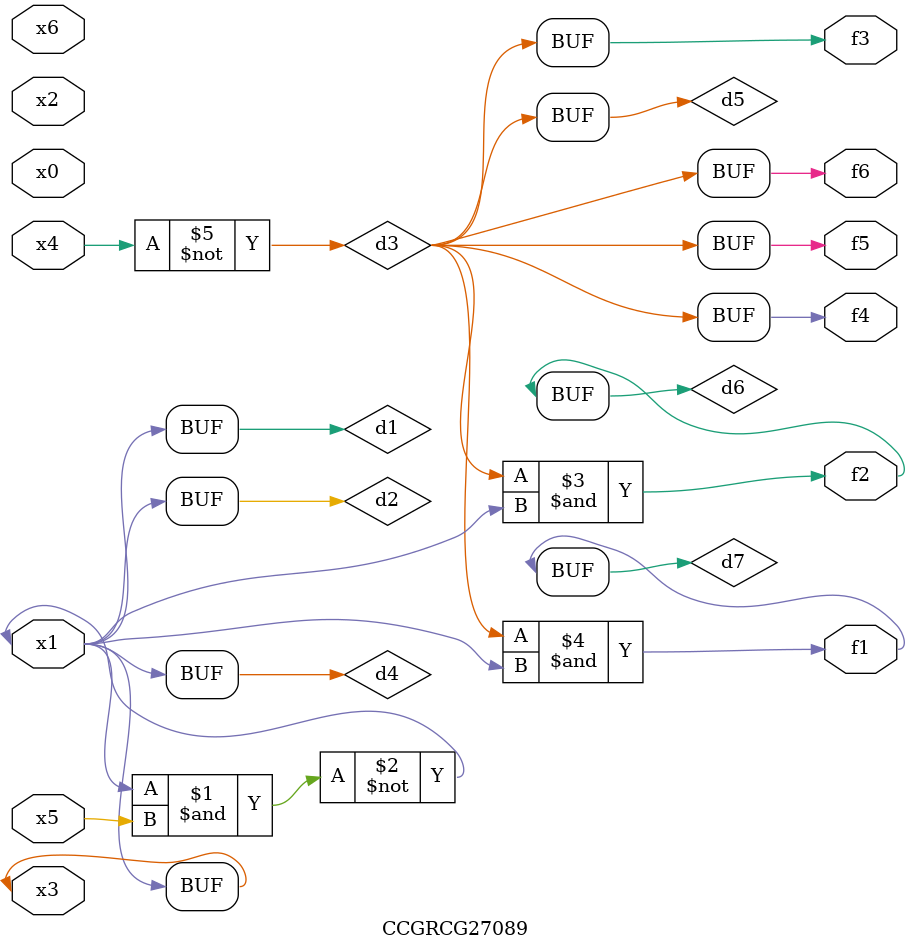
<source format=v>
module CCGRCG27089(
	input x0, x1, x2, x3, x4, x5, x6,
	output f1, f2, f3, f4, f5, f6
);

	wire d1, d2, d3, d4, d5, d6, d7;

	buf (d1, x1, x3);
	nand (d2, x1, x5);
	not (d3, x4);
	buf (d4, d1, d2);
	buf (d5, d3);
	and (d6, d3, d4);
	and (d7, d3, d4);
	assign f1 = d7;
	assign f2 = d6;
	assign f3 = d5;
	assign f4 = d5;
	assign f5 = d5;
	assign f6 = d5;
endmodule

</source>
